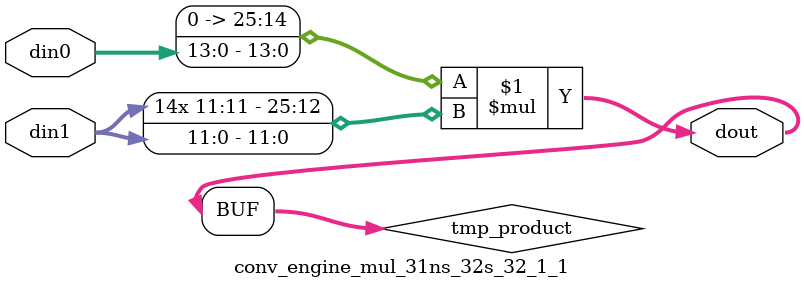
<source format=v>

`timescale 1 ns / 1 ps

 module conv_engine_mul_31ns_32s_32_1_1(din0, din1, dout);
parameter ID = 1;
parameter NUM_STAGE = 0;
parameter din0_WIDTH = 14;
parameter din1_WIDTH = 12;
parameter dout_WIDTH = 26;

input [din0_WIDTH - 1 : 0] din0; 
input [din1_WIDTH - 1 : 0] din1; 
output [dout_WIDTH - 1 : 0] dout;

wire signed [dout_WIDTH - 1 : 0] tmp_product;

























assign tmp_product = $signed({1'b0, din0}) * $signed(din1);










assign dout = tmp_product;





















endmodule

</source>
